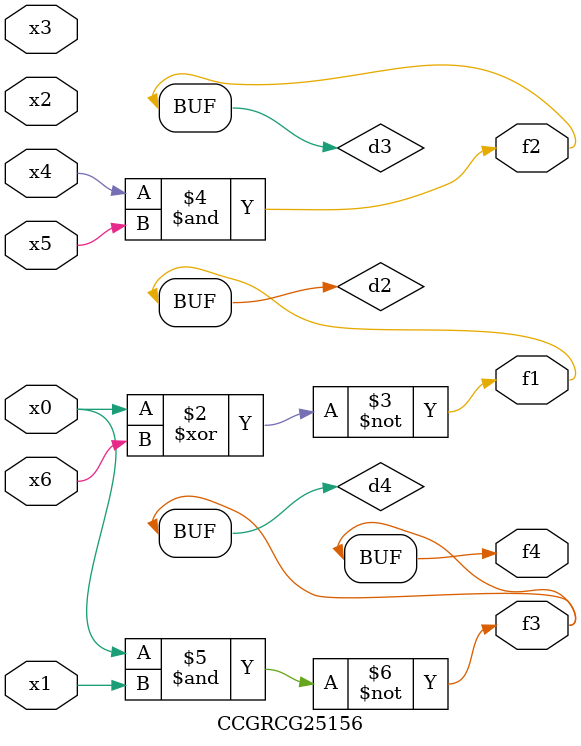
<source format=v>
module CCGRCG25156(
	input x0, x1, x2, x3, x4, x5, x6,
	output f1, f2, f3, f4
);

	wire d1, d2, d3, d4;

	nor (d1, x0);
	xnor (d2, x0, x6);
	and (d3, x4, x5);
	nand (d4, x0, x1);
	assign f1 = d2;
	assign f2 = d3;
	assign f3 = d4;
	assign f4 = d4;
endmodule

</source>
